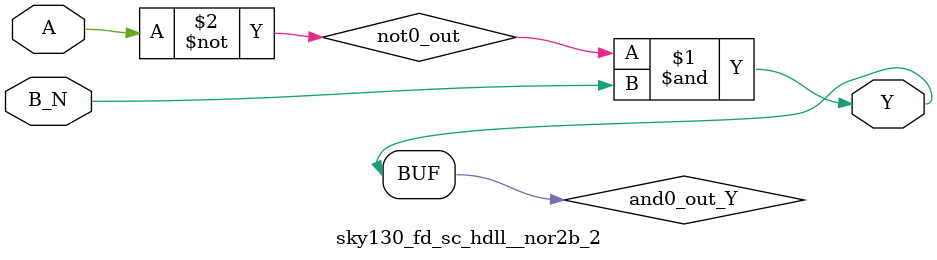
<source format=v>
/*
 * Copyright 2020 The SkyWater PDK Authors
 *
 * Licensed under the Apache License, Version 2.0 (the "License");
 * you may not use this file except in compliance with the License.
 * You may obtain a copy of the License at
 *
 *     https://www.apache.org/licenses/LICENSE-2.0
 *
 * Unless required by applicable law or agreed to in writing, software
 * distributed under the License is distributed on an "AS IS" BASIS,
 * WITHOUT WARRANTIES OR CONDITIONS OF ANY KIND, either express or implied.
 * See the License for the specific language governing permissions and
 * limitations under the License.
 *
 * SPDX-License-Identifier: Apache-2.0
*/


`ifndef SKY130_FD_SC_HDLL__NOR2B_2_FUNCTIONAL_V
`define SKY130_FD_SC_HDLL__NOR2B_2_FUNCTIONAL_V

/**
 * nor2b: 2-input NOR, first input inverted.
 *
 *        Y = !(A | B | C | !D)
 *
 * Verilog simulation functional model.
 */

`timescale 1ns / 1ps
`default_nettype none

`celldefine
module sky130_fd_sc_hdll__nor2b_2 (
    Y  ,
    A  ,
    B_N
);

    // Module ports
    output Y  ;
    input  A  ;
    input  B_N;

    // Local signals
    wire not0_out  ;
    wire and0_out_Y;

    //  Name  Output      Other arguments
    not not0 (not0_out  , A              );
    and and0 (and0_out_Y, not0_out, B_N  );
    buf buf0 (Y         , and0_out_Y     );

endmodule
`endcelldefine

`default_nettype wire
`endif  // SKY130_FD_SC_HDLL__NOR2B_2_FUNCTIONAL_V

</source>
